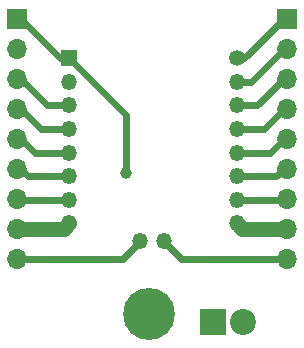
<source format=gbl>
G04 #@! TF.GenerationSoftware,KiCad,Pcbnew,(6.0.2)*
G04 #@! TF.CreationDate,2022-09-29T23:54:57+02:00*
G04 #@! TF.ProjectId,ESPBreakoutBoard-Min-Cutout,45535042-7265-4616-9b6f-7574426f6172,rev?*
G04 #@! TF.SameCoordinates,Original*
G04 #@! TF.FileFunction,Copper,L2,Bot*
G04 #@! TF.FilePolarity,Positive*
%FSLAX46Y46*%
G04 Gerber Fmt 4.6, Leading zero omitted, Abs format (unit mm)*
G04 Created by KiCad (PCBNEW (6.0.2)) date 2022-09-29 23:54:57*
%MOMM*%
%LPD*%
G01*
G04 APERTURE LIST*
G04 #@! TA.AperFunction,ComponentPad*
%ADD10R,2.200000X2.200000*%
G04 #@! TD*
G04 #@! TA.AperFunction,ComponentPad*
%ADD11C,2.200000*%
G04 #@! TD*
G04 #@! TA.AperFunction,ComponentPad*
%ADD12R,1.350000X1.350000*%
G04 #@! TD*
G04 #@! TA.AperFunction,ComponentPad*
%ADD13O,1.350000X1.350000*%
G04 #@! TD*
G04 #@! TA.AperFunction,ComponentPad*
%ADD14C,1.350000*%
G04 #@! TD*
G04 #@! TA.AperFunction,ComponentPad*
%ADD15R,1.700000X1.700000*%
G04 #@! TD*
G04 #@! TA.AperFunction,ComponentPad*
%ADD16O,1.700000X1.700000*%
G04 #@! TD*
G04 #@! TA.AperFunction,ComponentPad*
%ADD17C,0.700000*%
G04 #@! TD*
G04 #@! TA.AperFunction,ComponentPad*
%ADD18C,4.400000*%
G04 #@! TD*
G04 #@! TA.AperFunction,ViaPad*
%ADD19C,1.000000*%
G04 #@! TD*
G04 #@! TA.AperFunction,Conductor*
%ADD20C,1.300000*%
G04 #@! TD*
G04 #@! TA.AperFunction,Conductor*
%ADD21C,0.600000*%
G04 #@! TD*
G04 APERTURE END LIST*
D10*
X155200000Y-93100000D03*
D11*
X157740000Y-93100000D03*
D12*
X143000000Y-70800000D03*
D13*
X143000000Y-72800000D03*
X143000000Y-74800000D03*
X143000000Y-76800000D03*
X143000000Y-78800000D03*
X143000000Y-80800000D03*
X143000000Y-82800000D03*
X143000000Y-84800000D03*
X149000000Y-86300000D03*
X151000000Y-86300000D03*
X157200000Y-84800000D03*
X157200000Y-82800000D03*
X157200000Y-80800000D03*
X157200000Y-78800000D03*
X157200000Y-76800000D03*
X157200000Y-74800000D03*
X157200000Y-72800000D03*
D14*
X157200000Y-70800000D03*
D15*
X138620000Y-67450000D03*
D16*
X138620000Y-69990000D03*
X138620000Y-72530000D03*
X138620000Y-75070000D03*
X138620000Y-77610000D03*
X138620000Y-80150000D03*
X138620000Y-82690000D03*
X138620000Y-85230000D03*
X138620000Y-87770000D03*
D15*
X161480000Y-67450000D03*
D16*
X161480000Y-69990000D03*
X161480000Y-72530000D03*
X161480000Y-75070000D03*
X161480000Y-77610000D03*
X161480000Y-80150000D03*
X161480000Y-82690000D03*
X161480000Y-85230000D03*
X161480000Y-87770000D03*
D17*
X150966726Y-93606726D03*
X151450000Y-92440000D03*
X148633274Y-93606726D03*
X150966726Y-91273274D03*
X148150000Y-92440000D03*
X149800000Y-94090000D03*
X148633274Y-91273274D03*
X149800000Y-90790000D03*
D18*
X149800000Y-92440000D03*
D19*
X147800000Y-80500000D03*
D20*
X161480000Y-85230000D02*
X157630000Y-85230000D01*
X157630000Y-85230000D02*
X157200000Y-84800000D01*
X142570000Y-85230000D02*
X143000000Y-84800000D01*
X138620000Y-85230000D02*
X142570000Y-85230000D01*
D21*
X138620000Y-72530000D02*
X138900000Y-72530000D01*
X141170000Y-74800000D02*
X138900000Y-72530000D01*
X143000000Y-74800000D02*
X141170000Y-74800000D01*
X140630000Y-76800000D02*
X138900000Y-75070000D01*
X143000000Y-76800000D02*
X140630000Y-76800000D01*
X138620000Y-75070000D02*
X138900000Y-75070000D01*
X147800000Y-75600000D02*
X147800000Y-80500000D01*
X142250000Y-70800000D02*
X138900000Y-67450000D01*
X143000000Y-70800000D02*
X147800000Y-75600000D01*
X138620000Y-67450000D02*
X138900000Y-67450000D01*
X143000000Y-70800000D02*
X142250000Y-70800000D01*
X157200000Y-82800000D02*
X161090000Y-82800000D01*
X161090000Y-82800000D02*
X161200000Y-82690000D01*
X161480000Y-82690000D02*
X161200000Y-82690000D01*
X138620000Y-77610000D02*
X138900000Y-77610000D01*
X140090000Y-78800000D02*
X138900000Y-77610000D01*
X143000000Y-78800000D02*
X140090000Y-78800000D01*
X139550000Y-80800000D02*
X138900000Y-80150000D01*
X138620000Y-80150000D02*
X138900000Y-80150000D01*
X143000000Y-80800000D02*
X139550000Y-80800000D01*
X143000000Y-82800000D02*
X139010000Y-82800000D01*
X139010000Y-82800000D02*
X138900000Y-82690000D01*
X147530000Y-87770000D02*
X149000000Y-86300000D01*
X138620000Y-87770000D02*
X147530000Y-87770000D01*
X161480000Y-67450000D02*
X161200000Y-67450000D01*
X157300000Y-70800000D02*
X157250000Y-70750000D01*
X157200000Y-70800000D02*
X157300000Y-70800000D01*
X157850000Y-70800000D02*
X161200000Y-67450000D01*
X157200000Y-70800000D02*
X157850000Y-70800000D01*
X161480000Y-69990000D02*
X161200000Y-69990000D01*
X158390000Y-72800000D02*
X161200000Y-69990000D01*
X157200000Y-72800000D02*
X158390000Y-72800000D01*
X158930000Y-74800000D02*
X161200000Y-72530000D01*
X161480000Y-72530000D02*
X161200000Y-72530000D01*
X157200000Y-74800000D02*
X158930000Y-74800000D01*
X157200000Y-76800000D02*
X159470000Y-76800000D01*
X161480000Y-75070000D02*
X161200000Y-75070000D01*
X159470000Y-76800000D02*
X161200000Y-75070000D01*
X157200000Y-78800000D02*
X160010000Y-78800000D01*
X161480000Y-77610000D02*
X161200000Y-77610000D01*
X160010000Y-78800000D02*
X161200000Y-77610000D01*
X157200000Y-80800000D02*
X160550000Y-80800000D01*
X160550000Y-80800000D02*
X161200000Y-80150000D01*
X161480000Y-80150000D02*
X161200000Y-80150000D01*
X152470000Y-87770000D02*
X151000000Y-86300000D01*
X161480000Y-87770000D02*
X152470000Y-87770000D01*
M02*

</source>
